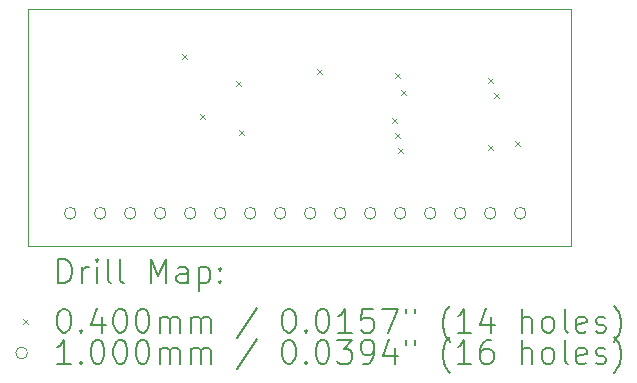
<source format=gbr>
%TF.GenerationSoftware,KiCad,Pcbnew,8.0.4*%
%TF.CreationDate,2024-08-16T15:34:18+02:00*%
%TF.ProjectId,AT8,4154382e-6b69-4636-9164-5f7063625858,00*%
%TF.SameCoordinates,Original*%
%TF.FileFunction,Drillmap*%
%TF.FilePolarity,Positive*%
%FSLAX45Y45*%
G04 Gerber Fmt 4.5, Leading zero omitted, Abs format (unit mm)*
G04 Created by KiCad (PCBNEW 8.0.4) date 2024-08-16 15:34:18*
%MOMM*%
%LPD*%
G01*
G04 APERTURE LIST*
%ADD10C,0.100000*%
%ADD11C,0.200000*%
G04 APERTURE END LIST*
D10*
X1267400Y-1270000D02*
X5867400Y-1270000D01*
X5867400Y-3270000D01*
X1267400Y-3270000D01*
X1267400Y-1270000D01*
D11*
D10*
X2571407Y-1650407D02*
X2611407Y-1690407D01*
X2611407Y-1650407D02*
X2571407Y-1690407D01*
X2723200Y-2157800D02*
X2763200Y-2197800D01*
X2763200Y-2157800D02*
X2723200Y-2197800D01*
X3028000Y-1878400D02*
X3068000Y-1918400D01*
X3068000Y-1878400D02*
X3028000Y-1918400D01*
X3050800Y-2291400D02*
X3090800Y-2331400D01*
X3090800Y-2291400D02*
X3050800Y-2331400D01*
X3713800Y-1776800D02*
X3753800Y-1816800D01*
X3753800Y-1776800D02*
X3713800Y-1816800D01*
X4346200Y-2189800D02*
X4386200Y-2229800D01*
X4386200Y-2189800D02*
X4346200Y-2229800D01*
X4371600Y-2316800D02*
X4411600Y-2356800D01*
X4411600Y-2316800D02*
X4371600Y-2356800D01*
X4372900Y-1807500D02*
X4412900Y-1847500D01*
X4412900Y-1807500D02*
X4372900Y-1847500D01*
X4397000Y-2443800D02*
X4437000Y-2483800D01*
X4437000Y-2443800D02*
X4397000Y-2483800D01*
X4425000Y-1954600D02*
X4465000Y-1994600D01*
X4465000Y-1954600D02*
X4425000Y-1994600D01*
X5159000Y-2418400D02*
X5199000Y-2458400D01*
X5199000Y-2418400D02*
X5159000Y-2458400D01*
X5161600Y-1853000D02*
X5201600Y-1893000D01*
X5201600Y-1853000D02*
X5161600Y-1893000D01*
X5212400Y-1980000D02*
X5252400Y-2020000D01*
X5252400Y-1980000D02*
X5212400Y-2020000D01*
X5390200Y-2386400D02*
X5430200Y-2426400D01*
X5430200Y-2386400D02*
X5390200Y-2426400D01*
X1673000Y-2997200D02*
G75*
G02*
X1573000Y-2997200I-50000J0D01*
G01*
X1573000Y-2997200D02*
G75*
G02*
X1673000Y-2997200I50000J0D01*
G01*
X1927000Y-2997200D02*
G75*
G02*
X1827000Y-2997200I-50000J0D01*
G01*
X1827000Y-2997200D02*
G75*
G02*
X1927000Y-2997200I50000J0D01*
G01*
X2181000Y-2997200D02*
G75*
G02*
X2081000Y-2997200I-50000J0D01*
G01*
X2081000Y-2997200D02*
G75*
G02*
X2181000Y-2997200I50000J0D01*
G01*
X2435000Y-2997200D02*
G75*
G02*
X2335000Y-2997200I-50000J0D01*
G01*
X2335000Y-2997200D02*
G75*
G02*
X2435000Y-2997200I50000J0D01*
G01*
X2689000Y-2997200D02*
G75*
G02*
X2589000Y-2997200I-50000J0D01*
G01*
X2589000Y-2997200D02*
G75*
G02*
X2689000Y-2997200I50000J0D01*
G01*
X2943000Y-2997200D02*
G75*
G02*
X2843000Y-2997200I-50000J0D01*
G01*
X2843000Y-2997200D02*
G75*
G02*
X2943000Y-2997200I50000J0D01*
G01*
X3197000Y-2997200D02*
G75*
G02*
X3097000Y-2997200I-50000J0D01*
G01*
X3097000Y-2997200D02*
G75*
G02*
X3197000Y-2997200I50000J0D01*
G01*
X3451000Y-2997200D02*
G75*
G02*
X3351000Y-2997200I-50000J0D01*
G01*
X3351000Y-2997200D02*
G75*
G02*
X3451000Y-2997200I50000J0D01*
G01*
X3705000Y-2997200D02*
G75*
G02*
X3605000Y-2997200I-50000J0D01*
G01*
X3605000Y-2997200D02*
G75*
G02*
X3705000Y-2997200I50000J0D01*
G01*
X3959000Y-2997200D02*
G75*
G02*
X3859000Y-2997200I-50000J0D01*
G01*
X3859000Y-2997200D02*
G75*
G02*
X3959000Y-2997200I50000J0D01*
G01*
X4213000Y-2997200D02*
G75*
G02*
X4113000Y-2997200I-50000J0D01*
G01*
X4113000Y-2997200D02*
G75*
G02*
X4213000Y-2997200I50000J0D01*
G01*
X4467000Y-2997200D02*
G75*
G02*
X4367000Y-2997200I-50000J0D01*
G01*
X4367000Y-2997200D02*
G75*
G02*
X4467000Y-2997200I50000J0D01*
G01*
X4721000Y-2997200D02*
G75*
G02*
X4621000Y-2997200I-50000J0D01*
G01*
X4621000Y-2997200D02*
G75*
G02*
X4721000Y-2997200I50000J0D01*
G01*
X4975000Y-2997200D02*
G75*
G02*
X4875000Y-2997200I-50000J0D01*
G01*
X4875000Y-2997200D02*
G75*
G02*
X4975000Y-2997200I50000J0D01*
G01*
X5229000Y-2997200D02*
G75*
G02*
X5129000Y-2997200I-50000J0D01*
G01*
X5129000Y-2997200D02*
G75*
G02*
X5229000Y-2997200I50000J0D01*
G01*
X5483000Y-2997200D02*
G75*
G02*
X5383000Y-2997200I-50000J0D01*
G01*
X5383000Y-2997200D02*
G75*
G02*
X5483000Y-2997200I50000J0D01*
G01*
D11*
X1523177Y-3586484D02*
X1523177Y-3386484D01*
X1523177Y-3386484D02*
X1570796Y-3386484D01*
X1570796Y-3386484D02*
X1599367Y-3396008D01*
X1599367Y-3396008D02*
X1618415Y-3415055D01*
X1618415Y-3415055D02*
X1627939Y-3434103D01*
X1627939Y-3434103D02*
X1637462Y-3472198D01*
X1637462Y-3472198D02*
X1637462Y-3500769D01*
X1637462Y-3500769D02*
X1627939Y-3538865D01*
X1627939Y-3538865D02*
X1618415Y-3557912D01*
X1618415Y-3557912D02*
X1599367Y-3576960D01*
X1599367Y-3576960D02*
X1570796Y-3586484D01*
X1570796Y-3586484D02*
X1523177Y-3586484D01*
X1723177Y-3586484D02*
X1723177Y-3453150D01*
X1723177Y-3491246D02*
X1732701Y-3472198D01*
X1732701Y-3472198D02*
X1742224Y-3462674D01*
X1742224Y-3462674D02*
X1761272Y-3453150D01*
X1761272Y-3453150D02*
X1780320Y-3453150D01*
X1846986Y-3586484D02*
X1846986Y-3453150D01*
X1846986Y-3386484D02*
X1837462Y-3396008D01*
X1837462Y-3396008D02*
X1846986Y-3405531D01*
X1846986Y-3405531D02*
X1856510Y-3396008D01*
X1856510Y-3396008D02*
X1846986Y-3386484D01*
X1846986Y-3386484D02*
X1846986Y-3405531D01*
X1970796Y-3586484D02*
X1951748Y-3576960D01*
X1951748Y-3576960D02*
X1942224Y-3557912D01*
X1942224Y-3557912D02*
X1942224Y-3386484D01*
X2075558Y-3586484D02*
X2056510Y-3576960D01*
X2056510Y-3576960D02*
X2046986Y-3557912D01*
X2046986Y-3557912D02*
X2046986Y-3386484D01*
X2304129Y-3586484D02*
X2304129Y-3386484D01*
X2304129Y-3386484D02*
X2370796Y-3529341D01*
X2370796Y-3529341D02*
X2437463Y-3386484D01*
X2437463Y-3386484D02*
X2437463Y-3586484D01*
X2618415Y-3586484D02*
X2618415Y-3481722D01*
X2618415Y-3481722D02*
X2608891Y-3462674D01*
X2608891Y-3462674D02*
X2589844Y-3453150D01*
X2589844Y-3453150D02*
X2551748Y-3453150D01*
X2551748Y-3453150D02*
X2532701Y-3462674D01*
X2618415Y-3576960D02*
X2599367Y-3586484D01*
X2599367Y-3586484D02*
X2551748Y-3586484D01*
X2551748Y-3586484D02*
X2532701Y-3576960D01*
X2532701Y-3576960D02*
X2523177Y-3557912D01*
X2523177Y-3557912D02*
X2523177Y-3538865D01*
X2523177Y-3538865D02*
X2532701Y-3519817D01*
X2532701Y-3519817D02*
X2551748Y-3510293D01*
X2551748Y-3510293D02*
X2599367Y-3510293D01*
X2599367Y-3510293D02*
X2618415Y-3500769D01*
X2713653Y-3453150D02*
X2713653Y-3653150D01*
X2713653Y-3462674D02*
X2732701Y-3453150D01*
X2732701Y-3453150D02*
X2770796Y-3453150D01*
X2770796Y-3453150D02*
X2789844Y-3462674D01*
X2789844Y-3462674D02*
X2799367Y-3472198D01*
X2799367Y-3472198D02*
X2808891Y-3491246D01*
X2808891Y-3491246D02*
X2808891Y-3548388D01*
X2808891Y-3548388D02*
X2799367Y-3567436D01*
X2799367Y-3567436D02*
X2789844Y-3576960D01*
X2789844Y-3576960D02*
X2770796Y-3586484D01*
X2770796Y-3586484D02*
X2732701Y-3586484D01*
X2732701Y-3586484D02*
X2713653Y-3576960D01*
X2894605Y-3567436D02*
X2904129Y-3576960D01*
X2904129Y-3576960D02*
X2894605Y-3586484D01*
X2894605Y-3586484D02*
X2885082Y-3576960D01*
X2885082Y-3576960D02*
X2894605Y-3567436D01*
X2894605Y-3567436D02*
X2894605Y-3586484D01*
X2894605Y-3462674D02*
X2904129Y-3472198D01*
X2904129Y-3472198D02*
X2894605Y-3481722D01*
X2894605Y-3481722D02*
X2885082Y-3472198D01*
X2885082Y-3472198D02*
X2894605Y-3462674D01*
X2894605Y-3462674D02*
X2894605Y-3481722D01*
D10*
X1222400Y-3895000D02*
X1262400Y-3935000D01*
X1262400Y-3895000D02*
X1222400Y-3935000D01*
D11*
X1561272Y-3806484D02*
X1580320Y-3806484D01*
X1580320Y-3806484D02*
X1599367Y-3816008D01*
X1599367Y-3816008D02*
X1608891Y-3825531D01*
X1608891Y-3825531D02*
X1618415Y-3844579D01*
X1618415Y-3844579D02*
X1627939Y-3882674D01*
X1627939Y-3882674D02*
X1627939Y-3930293D01*
X1627939Y-3930293D02*
X1618415Y-3968388D01*
X1618415Y-3968388D02*
X1608891Y-3987436D01*
X1608891Y-3987436D02*
X1599367Y-3996960D01*
X1599367Y-3996960D02*
X1580320Y-4006484D01*
X1580320Y-4006484D02*
X1561272Y-4006484D01*
X1561272Y-4006484D02*
X1542224Y-3996960D01*
X1542224Y-3996960D02*
X1532701Y-3987436D01*
X1532701Y-3987436D02*
X1523177Y-3968388D01*
X1523177Y-3968388D02*
X1513653Y-3930293D01*
X1513653Y-3930293D02*
X1513653Y-3882674D01*
X1513653Y-3882674D02*
X1523177Y-3844579D01*
X1523177Y-3844579D02*
X1532701Y-3825531D01*
X1532701Y-3825531D02*
X1542224Y-3816008D01*
X1542224Y-3816008D02*
X1561272Y-3806484D01*
X1713653Y-3987436D02*
X1723177Y-3996960D01*
X1723177Y-3996960D02*
X1713653Y-4006484D01*
X1713653Y-4006484D02*
X1704129Y-3996960D01*
X1704129Y-3996960D02*
X1713653Y-3987436D01*
X1713653Y-3987436D02*
X1713653Y-4006484D01*
X1894605Y-3873150D02*
X1894605Y-4006484D01*
X1846986Y-3796960D02*
X1799367Y-3939817D01*
X1799367Y-3939817D02*
X1923177Y-3939817D01*
X2037462Y-3806484D02*
X2056510Y-3806484D01*
X2056510Y-3806484D02*
X2075558Y-3816008D01*
X2075558Y-3816008D02*
X2085082Y-3825531D01*
X2085082Y-3825531D02*
X2094605Y-3844579D01*
X2094605Y-3844579D02*
X2104129Y-3882674D01*
X2104129Y-3882674D02*
X2104129Y-3930293D01*
X2104129Y-3930293D02*
X2094605Y-3968388D01*
X2094605Y-3968388D02*
X2085082Y-3987436D01*
X2085082Y-3987436D02*
X2075558Y-3996960D01*
X2075558Y-3996960D02*
X2056510Y-4006484D01*
X2056510Y-4006484D02*
X2037462Y-4006484D01*
X2037462Y-4006484D02*
X2018415Y-3996960D01*
X2018415Y-3996960D02*
X2008891Y-3987436D01*
X2008891Y-3987436D02*
X1999367Y-3968388D01*
X1999367Y-3968388D02*
X1989843Y-3930293D01*
X1989843Y-3930293D02*
X1989843Y-3882674D01*
X1989843Y-3882674D02*
X1999367Y-3844579D01*
X1999367Y-3844579D02*
X2008891Y-3825531D01*
X2008891Y-3825531D02*
X2018415Y-3816008D01*
X2018415Y-3816008D02*
X2037462Y-3806484D01*
X2227939Y-3806484D02*
X2246986Y-3806484D01*
X2246986Y-3806484D02*
X2266034Y-3816008D01*
X2266034Y-3816008D02*
X2275558Y-3825531D01*
X2275558Y-3825531D02*
X2285082Y-3844579D01*
X2285082Y-3844579D02*
X2294605Y-3882674D01*
X2294605Y-3882674D02*
X2294605Y-3930293D01*
X2294605Y-3930293D02*
X2285082Y-3968388D01*
X2285082Y-3968388D02*
X2275558Y-3987436D01*
X2275558Y-3987436D02*
X2266034Y-3996960D01*
X2266034Y-3996960D02*
X2246986Y-4006484D01*
X2246986Y-4006484D02*
X2227939Y-4006484D01*
X2227939Y-4006484D02*
X2208891Y-3996960D01*
X2208891Y-3996960D02*
X2199367Y-3987436D01*
X2199367Y-3987436D02*
X2189844Y-3968388D01*
X2189844Y-3968388D02*
X2180320Y-3930293D01*
X2180320Y-3930293D02*
X2180320Y-3882674D01*
X2180320Y-3882674D02*
X2189844Y-3844579D01*
X2189844Y-3844579D02*
X2199367Y-3825531D01*
X2199367Y-3825531D02*
X2208891Y-3816008D01*
X2208891Y-3816008D02*
X2227939Y-3806484D01*
X2380320Y-4006484D02*
X2380320Y-3873150D01*
X2380320Y-3892198D02*
X2389844Y-3882674D01*
X2389844Y-3882674D02*
X2408891Y-3873150D01*
X2408891Y-3873150D02*
X2437463Y-3873150D01*
X2437463Y-3873150D02*
X2456510Y-3882674D01*
X2456510Y-3882674D02*
X2466034Y-3901722D01*
X2466034Y-3901722D02*
X2466034Y-4006484D01*
X2466034Y-3901722D02*
X2475558Y-3882674D01*
X2475558Y-3882674D02*
X2494605Y-3873150D01*
X2494605Y-3873150D02*
X2523177Y-3873150D01*
X2523177Y-3873150D02*
X2542225Y-3882674D01*
X2542225Y-3882674D02*
X2551748Y-3901722D01*
X2551748Y-3901722D02*
X2551748Y-4006484D01*
X2646986Y-4006484D02*
X2646986Y-3873150D01*
X2646986Y-3892198D02*
X2656510Y-3882674D01*
X2656510Y-3882674D02*
X2675558Y-3873150D01*
X2675558Y-3873150D02*
X2704129Y-3873150D01*
X2704129Y-3873150D02*
X2723177Y-3882674D01*
X2723177Y-3882674D02*
X2732701Y-3901722D01*
X2732701Y-3901722D02*
X2732701Y-4006484D01*
X2732701Y-3901722D02*
X2742225Y-3882674D01*
X2742225Y-3882674D02*
X2761272Y-3873150D01*
X2761272Y-3873150D02*
X2789844Y-3873150D01*
X2789844Y-3873150D02*
X2808891Y-3882674D01*
X2808891Y-3882674D02*
X2818415Y-3901722D01*
X2818415Y-3901722D02*
X2818415Y-4006484D01*
X3208891Y-3796960D02*
X3037463Y-4054103D01*
X3466034Y-3806484D02*
X3485082Y-3806484D01*
X3485082Y-3806484D02*
X3504129Y-3816008D01*
X3504129Y-3816008D02*
X3513653Y-3825531D01*
X3513653Y-3825531D02*
X3523177Y-3844579D01*
X3523177Y-3844579D02*
X3532701Y-3882674D01*
X3532701Y-3882674D02*
X3532701Y-3930293D01*
X3532701Y-3930293D02*
X3523177Y-3968388D01*
X3523177Y-3968388D02*
X3513653Y-3987436D01*
X3513653Y-3987436D02*
X3504129Y-3996960D01*
X3504129Y-3996960D02*
X3485082Y-4006484D01*
X3485082Y-4006484D02*
X3466034Y-4006484D01*
X3466034Y-4006484D02*
X3446986Y-3996960D01*
X3446986Y-3996960D02*
X3437463Y-3987436D01*
X3437463Y-3987436D02*
X3427939Y-3968388D01*
X3427939Y-3968388D02*
X3418415Y-3930293D01*
X3418415Y-3930293D02*
X3418415Y-3882674D01*
X3418415Y-3882674D02*
X3427939Y-3844579D01*
X3427939Y-3844579D02*
X3437463Y-3825531D01*
X3437463Y-3825531D02*
X3446986Y-3816008D01*
X3446986Y-3816008D02*
X3466034Y-3806484D01*
X3618415Y-3987436D02*
X3627939Y-3996960D01*
X3627939Y-3996960D02*
X3618415Y-4006484D01*
X3618415Y-4006484D02*
X3608891Y-3996960D01*
X3608891Y-3996960D02*
X3618415Y-3987436D01*
X3618415Y-3987436D02*
X3618415Y-4006484D01*
X3751748Y-3806484D02*
X3770796Y-3806484D01*
X3770796Y-3806484D02*
X3789844Y-3816008D01*
X3789844Y-3816008D02*
X3799367Y-3825531D01*
X3799367Y-3825531D02*
X3808891Y-3844579D01*
X3808891Y-3844579D02*
X3818415Y-3882674D01*
X3818415Y-3882674D02*
X3818415Y-3930293D01*
X3818415Y-3930293D02*
X3808891Y-3968388D01*
X3808891Y-3968388D02*
X3799367Y-3987436D01*
X3799367Y-3987436D02*
X3789844Y-3996960D01*
X3789844Y-3996960D02*
X3770796Y-4006484D01*
X3770796Y-4006484D02*
X3751748Y-4006484D01*
X3751748Y-4006484D02*
X3732701Y-3996960D01*
X3732701Y-3996960D02*
X3723177Y-3987436D01*
X3723177Y-3987436D02*
X3713653Y-3968388D01*
X3713653Y-3968388D02*
X3704129Y-3930293D01*
X3704129Y-3930293D02*
X3704129Y-3882674D01*
X3704129Y-3882674D02*
X3713653Y-3844579D01*
X3713653Y-3844579D02*
X3723177Y-3825531D01*
X3723177Y-3825531D02*
X3732701Y-3816008D01*
X3732701Y-3816008D02*
X3751748Y-3806484D01*
X4008891Y-4006484D02*
X3894606Y-4006484D01*
X3951748Y-4006484D02*
X3951748Y-3806484D01*
X3951748Y-3806484D02*
X3932701Y-3835055D01*
X3932701Y-3835055D02*
X3913653Y-3854103D01*
X3913653Y-3854103D02*
X3894606Y-3863627D01*
X4189844Y-3806484D02*
X4094606Y-3806484D01*
X4094606Y-3806484D02*
X4085082Y-3901722D01*
X4085082Y-3901722D02*
X4094606Y-3892198D01*
X4094606Y-3892198D02*
X4113653Y-3882674D01*
X4113653Y-3882674D02*
X4161272Y-3882674D01*
X4161272Y-3882674D02*
X4180320Y-3892198D01*
X4180320Y-3892198D02*
X4189844Y-3901722D01*
X4189844Y-3901722D02*
X4199368Y-3920769D01*
X4199368Y-3920769D02*
X4199368Y-3968388D01*
X4199368Y-3968388D02*
X4189844Y-3987436D01*
X4189844Y-3987436D02*
X4180320Y-3996960D01*
X4180320Y-3996960D02*
X4161272Y-4006484D01*
X4161272Y-4006484D02*
X4113653Y-4006484D01*
X4113653Y-4006484D02*
X4094606Y-3996960D01*
X4094606Y-3996960D02*
X4085082Y-3987436D01*
X4266034Y-3806484D02*
X4399368Y-3806484D01*
X4399368Y-3806484D02*
X4313653Y-4006484D01*
X4466034Y-3806484D02*
X4466034Y-3844579D01*
X4542225Y-3806484D02*
X4542225Y-3844579D01*
X4837463Y-4082674D02*
X4827939Y-4073150D01*
X4827939Y-4073150D02*
X4808891Y-4044579D01*
X4808891Y-4044579D02*
X4799368Y-4025531D01*
X4799368Y-4025531D02*
X4789844Y-3996960D01*
X4789844Y-3996960D02*
X4780320Y-3949341D01*
X4780320Y-3949341D02*
X4780320Y-3911246D01*
X4780320Y-3911246D02*
X4789844Y-3863627D01*
X4789844Y-3863627D02*
X4799368Y-3835055D01*
X4799368Y-3835055D02*
X4808891Y-3816008D01*
X4808891Y-3816008D02*
X4827939Y-3787436D01*
X4827939Y-3787436D02*
X4837463Y-3777912D01*
X5018415Y-4006484D02*
X4904130Y-4006484D01*
X4961272Y-4006484D02*
X4961272Y-3806484D01*
X4961272Y-3806484D02*
X4942225Y-3835055D01*
X4942225Y-3835055D02*
X4923177Y-3854103D01*
X4923177Y-3854103D02*
X4904130Y-3863627D01*
X5189844Y-3873150D02*
X5189844Y-4006484D01*
X5142225Y-3796960D02*
X5094606Y-3939817D01*
X5094606Y-3939817D02*
X5218415Y-3939817D01*
X5446987Y-4006484D02*
X5446987Y-3806484D01*
X5532701Y-4006484D02*
X5532701Y-3901722D01*
X5532701Y-3901722D02*
X5523177Y-3882674D01*
X5523177Y-3882674D02*
X5504130Y-3873150D01*
X5504130Y-3873150D02*
X5475558Y-3873150D01*
X5475558Y-3873150D02*
X5456511Y-3882674D01*
X5456511Y-3882674D02*
X5446987Y-3892198D01*
X5656510Y-4006484D02*
X5637463Y-3996960D01*
X5637463Y-3996960D02*
X5627939Y-3987436D01*
X5627939Y-3987436D02*
X5618415Y-3968388D01*
X5618415Y-3968388D02*
X5618415Y-3911246D01*
X5618415Y-3911246D02*
X5627939Y-3892198D01*
X5627939Y-3892198D02*
X5637463Y-3882674D01*
X5637463Y-3882674D02*
X5656510Y-3873150D01*
X5656510Y-3873150D02*
X5685082Y-3873150D01*
X5685082Y-3873150D02*
X5704130Y-3882674D01*
X5704130Y-3882674D02*
X5713653Y-3892198D01*
X5713653Y-3892198D02*
X5723177Y-3911246D01*
X5723177Y-3911246D02*
X5723177Y-3968388D01*
X5723177Y-3968388D02*
X5713653Y-3987436D01*
X5713653Y-3987436D02*
X5704130Y-3996960D01*
X5704130Y-3996960D02*
X5685082Y-4006484D01*
X5685082Y-4006484D02*
X5656510Y-4006484D01*
X5837463Y-4006484D02*
X5818415Y-3996960D01*
X5818415Y-3996960D02*
X5808891Y-3977912D01*
X5808891Y-3977912D02*
X5808891Y-3806484D01*
X5989844Y-3996960D02*
X5970796Y-4006484D01*
X5970796Y-4006484D02*
X5932701Y-4006484D01*
X5932701Y-4006484D02*
X5913653Y-3996960D01*
X5913653Y-3996960D02*
X5904130Y-3977912D01*
X5904130Y-3977912D02*
X5904130Y-3901722D01*
X5904130Y-3901722D02*
X5913653Y-3882674D01*
X5913653Y-3882674D02*
X5932701Y-3873150D01*
X5932701Y-3873150D02*
X5970796Y-3873150D01*
X5970796Y-3873150D02*
X5989844Y-3882674D01*
X5989844Y-3882674D02*
X5999368Y-3901722D01*
X5999368Y-3901722D02*
X5999368Y-3920769D01*
X5999368Y-3920769D02*
X5904130Y-3939817D01*
X6075558Y-3996960D02*
X6094606Y-4006484D01*
X6094606Y-4006484D02*
X6132701Y-4006484D01*
X6132701Y-4006484D02*
X6151749Y-3996960D01*
X6151749Y-3996960D02*
X6161272Y-3977912D01*
X6161272Y-3977912D02*
X6161272Y-3968388D01*
X6161272Y-3968388D02*
X6151749Y-3949341D01*
X6151749Y-3949341D02*
X6132701Y-3939817D01*
X6132701Y-3939817D02*
X6104130Y-3939817D01*
X6104130Y-3939817D02*
X6085082Y-3930293D01*
X6085082Y-3930293D02*
X6075558Y-3911246D01*
X6075558Y-3911246D02*
X6075558Y-3901722D01*
X6075558Y-3901722D02*
X6085082Y-3882674D01*
X6085082Y-3882674D02*
X6104130Y-3873150D01*
X6104130Y-3873150D02*
X6132701Y-3873150D01*
X6132701Y-3873150D02*
X6151749Y-3882674D01*
X6227939Y-4082674D02*
X6237463Y-4073150D01*
X6237463Y-4073150D02*
X6256511Y-4044579D01*
X6256511Y-4044579D02*
X6266034Y-4025531D01*
X6266034Y-4025531D02*
X6275558Y-3996960D01*
X6275558Y-3996960D02*
X6285082Y-3949341D01*
X6285082Y-3949341D02*
X6285082Y-3911246D01*
X6285082Y-3911246D02*
X6275558Y-3863627D01*
X6275558Y-3863627D02*
X6266034Y-3835055D01*
X6266034Y-3835055D02*
X6256511Y-3816008D01*
X6256511Y-3816008D02*
X6237463Y-3787436D01*
X6237463Y-3787436D02*
X6227939Y-3777912D01*
D10*
X1262400Y-4179000D02*
G75*
G02*
X1162400Y-4179000I-50000J0D01*
G01*
X1162400Y-4179000D02*
G75*
G02*
X1262400Y-4179000I50000J0D01*
G01*
D11*
X1627939Y-4270484D02*
X1513653Y-4270484D01*
X1570796Y-4270484D02*
X1570796Y-4070484D01*
X1570796Y-4070484D02*
X1551748Y-4099055D01*
X1551748Y-4099055D02*
X1532701Y-4118103D01*
X1532701Y-4118103D02*
X1513653Y-4127627D01*
X1713653Y-4251436D02*
X1723177Y-4260960D01*
X1723177Y-4260960D02*
X1713653Y-4270484D01*
X1713653Y-4270484D02*
X1704129Y-4260960D01*
X1704129Y-4260960D02*
X1713653Y-4251436D01*
X1713653Y-4251436D02*
X1713653Y-4270484D01*
X1846986Y-4070484D02*
X1866034Y-4070484D01*
X1866034Y-4070484D02*
X1885082Y-4080008D01*
X1885082Y-4080008D02*
X1894605Y-4089531D01*
X1894605Y-4089531D02*
X1904129Y-4108579D01*
X1904129Y-4108579D02*
X1913653Y-4146674D01*
X1913653Y-4146674D02*
X1913653Y-4194293D01*
X1913653Y-4194293D02*
X1904129Y-4232389D01*
X1904129Y-4232389D02*
X1894605Y-4251436D01*
X1894605Y-4251436D02*
X1885082Y-4260960D01*
X1885082Y-4260960D02*
X1866034Y-4270484D01*
X1866034Y-4270484D02*
X1846986Y-4270484D01*
X1846986Y-4270484D02*
X1827939Y-4260960D01*
X1827939Y-4260960D02*
X1818415Y-4251436D01*
X1818415Y-4251436D02*
X1808891Y-4232389D01*
X1808891Y-4232389D02*
X1799367Y-4194293D01*
X1799367Y-4194293D02*
X1799367Y-4146674D01*
X1799367Y-4146674D02*
X1808891Y-4108579D01*
X1808891Y-4108579D02*
X1818415Y-4089531D01*
X1818415Y-4089531D02*
X1827939Y-4080008D01*
X1827939Y-4080008D02*
X1846986Y-4070484D01*
X2037462Y-4070484D02*
X2056510Y-4070484D01*
X2056510Y-4070484D02*
X2075558Y-4080008D01*
X2075558Y-4080008D02*
X2085082Y-4089531D01*
X2085082Y-4089531D02*
X2094605Y-4108579D01*
X2094605Y-4108579D02*
X2104129Y-4146674D01*
X2104129Y-4146674D02*
X2104129Y-4194293D01*
X2104129Y-4194293D02*
X2094605Y-4232389D01*
X2094605Y-4232389D02*
X2085082Y-4251436D01*
X2085082Y-4251436D02*
X2075558Y-4260960D01*
X2075558Y-4260960D02*
X2056510Y-4270484D01*
X2056510Y-4270484D02*
X2037462Y-4270484D01*
X2037462Y-4270484D02*
X2018415Y-4260960D01*
X2018415Y-4260960D02*
X2008891Y-4251436D01*
X2008891Y-4251436D02*
X1999367Y-4232389D01*
X1999367Y-4232389D02*
X1989843Y-4194293D01*
X1989843Y-4194293D02*
X1989843Y-4146674D01*
X1989843Y-4146674D02*
X1999367Y-4108579D01*
X1999367Y-4108579D02*
X2008891Y-4089531D01*
X2008891Y-4089531D02*
X2018415Y-4080008D01*
X2018415Y-4080008D02*
X2037462Y-4070484D01*
X2227939Y-4070484D02*
X2246986Y-4070484D01*
X2246986Y-4070484D02*
X2266034Y-4080008D01*
X2266034Y-4080008D02*
X2275558Y-4089531D01*
X2275558Y-4089531D02*
X2285082Y-4108579D01*
X2285082Y-4108579D02*
X2294605Y-4146674D01*
X2294605Y-4146674D02*
X2294605Y-4194293D01*
X2294605Y-4194293D02*
X2285082Y-4232389D01*
X2285082Y-4232389D02*
X2275558Y-4251436D01*
X2275558Y-4251436D02*
X2266034Y-4260960D01*
X2266034Y-4260960D02*
X2246986Y-4270484D01*
X2246986Y-4270484D02*
X2227939Y-4270484D01*
X2227939Y-4270484D02*
X2208891Y-4260960D01*
X2208891Y-4260960D02*
X2199367Y-4251436D01*
X2199367Y-4251436D02*
X2189844Y-4232389D01*
X2189844Y-4232389D02*
X2180320Y-4194293D01*
X2180320Y-4194293D02*
X2180320Y-4146674D01*
X2180320Y-4146674D02*
X2189844Y-4108579D01*
X2189844Y-4108579D02*
X2199367Y-4089531D01*
X2199367Y-4089531D02*
X2208891Y-4080008D01*
X2208891Y-4080008D02*
X2227939Y-4070484D01*
X2380320Y-4270484D02*
X2380320Y-4137150D01*
X2380320Y-4156198D02*
X2389844Y-4146674D01*
X2389844Y-4146674D02*
X2408891Y-4137150D01*
X2408891Y-4137150D02*
X2437463Y-4137150D01*
X2437463Y-4137150D02*
X2456510Y-4146674D01*
X2456510Y-4146674D02*
X2466034Y-4165722D01*
X2466034Y-4165722D02*
X2466034Y-4270484D01*
X2466034Y-4165722D02*
X2475558Y-4146674D01*
X2475558Y-4146674D02*
X2494605Y-4137150D01*
X2494605Y-4137150D02*
X2523177Y-4137150D01*
X2523177Y-4137150D02*
X2542225Y-4146674D01*
X2542225Y-4146674D02*
X2551748Y-4165722D01*
X2551748Y-4165722D02*
X2551748Y-4270484D01*
X2646986Y-4270484D02*
X2646986Y-4137150D01*
X2646986Y-4156198D02*
X2656510Y-4146674D01*
X2656510Y-4146674D02*
X2675558Y-4137150D01*
X2675558Y-4137150D02*
X2704129Y-4137150D01*
X2704129Y-4137150D02*
X2723177Y-4146674D01*
X2723177Y-4146674D02*
X2732701Y-4165722D01*
X2732701Y-4165722D02*
X2732701Y-4270484D01*
X2732701Y-4165722D02*
X2742225Y-4146674D01*
X2742225Y-4146674D02*
X2761272Y-4137150D01*
X2761272Y-4137150D02*
X2789844Y-4137150D01*
X2789844Y-4137150D02*
X2808891Y-4146674D01*
X2808891Y-4146674D02*
X2818415Y-4165722D01*
X2818415Y-4165722D02*
X2818415Y-4270484D01*
X3208891Y-4060960D02*
X3037463Y-4318103D01*
X3466034Y-4070484D02*
X3485082Y-4070484D01*
X3485082Y-4070484D02*
X3504129Y-4080008D01*
X3504129Y-4080008D02*
X3513653Y-4089531D01*
X3513653Y-4089531D02*
X3523177Y-4108579D01*
X3523177Y-4108579D02*
X3532701Y-4146674D01*
X3532701Y-4146674D02*
X3532701Y-4194293D01*
X3532701Y-4194293D02*
X3523177Y-4232389D01*
X3523177Y-4232389D02*
X3513653Y-4251436D01*
X3513653Y-4251436D02*
X3504129Y-4260960D01*
X3504129Y-4260960D02*
X3485082Y-4270484D01*
X3485082Y-4270484D02*
X3466034Y-4270484D01*
X3466034Y-4270484D02*
X3446986Y-4260960D01*
X3446986Y-4260960D02*
X3437463Y-4251436D01*
X3437463Y-4251436D02*
X3427939Y-4232389D01*
X3427939Y-4232389D02*
X3418415Y-4194293D01*
X3418415Y-4194293D02*
X3418415Y-4146674D01*
X3418415Y-4146674D02*
X3427939Y-4108579D01*
X3427939Y-4108579D02*
X3437463Y-4089531D01*
X3437463Y-4089531D02*
X3446986Y-4080008D01*
X3446986Y-4080008D02*
X3466034Y-4070484D01*
X3618415Y-4251436D02*
X3627939Y-4260960D01*
X3627939Y-4260960D02*
X3618415Y-4270484D01*
X3618415Y-4270484D02*
X3608891Y-4260960D01*
X3608891Y-4260960D02*
X3618415Y-4251436D01*
X3618415Y-4251436D02*
X3618415Y-4270484D01*
X3751748Y-4070484D02*
X3770796Y-4070484D01*
X3770796Y-4070484D02*
X3789844Y-4080008D01*
X3789844Y-4080008D02*
X3799367Y-4089531D01*
X3799367Y-4089531D02*
X3808891Y-4108579D01*
X3808891Y-4108579D02*
X3818415Y-4146674D01*
X3818415Y-4146674D02*
X3818415Y-4194293D01*
X3818415Y-4194293D02*
X3808891Y-4232389D01*
X3808891Y-4232389D02*
X3799367Y-4251436D01*
X3799367Y-4251436D02*
X3789844Y-4260960D01*
X3789844Y-4260960D02*
X3770796Y-4270484D01*
X3770796Y-4270484D02*
X3751748Y-4270484D01*
X3751748Y-4270484D02*
X3732701Y-4260960D01*
X3732701Y-4260960D02*
X3723177Y-4251436D01*
X3723177Y-4251436D02*
X3713653Y-4232389D01*
X3713653Y-4232389D02*
X3704129Y-4194293D01*
X3704129Y-4194293D02*
X3704129Y-4146674D01*
X3704129Y-4146674D02*
X3713653Y-4108579D01*
X3713653Y-4108579D02*
X3723177Y-4089531D01*
X3723177Y-4089531D02*
X3732701Y-4080008D01*
X3732701Y-4080008D02*
X3751748Y-4070484D01*
X3885082Y-4070484D02*
X4008891Y-4070484D01*
X4008891Y-4070484D02*
X3942225Y-4146674D01*
X3942225Y-4146674D02*
X3970796Y-4146674D01*
X3970796Y-4146674D02*
X3989844Y-4156198D01*
X3989844Y-4156198D02*
X3999367Y-4165722D01*
X3999367Y-4165722D02*
X4008891Y-4184769D01*
X4008891Y-4184769D02*
X4008891Y-4232389D01*
X4008891Y-4232389D02*
X3999367Y-4251436D01*
X3999367Y-4251436D02*
X3989844Y-4260960D01*
X3989844Y-4260960D02*
X3970796Y-4270484D01*
X3970796Y-4270484D02*
X3913653Y-4270484D01*
X3913653Y-4270484D02*
X3894606Y-4260960D01*
X3894606Y-4260960D02*
X3885082Y-4251436D01*
X4104129Y-4270484D02*
X4142225Y-4270484D01*
X4142225Y-4270484D02*
X4161272Y-4260960D01*
X4161272Y-4260960D02*
X4170796Y-4251436D01*
X4170796Y-4251436D02*
X4189844Y-4222865D01*
X4189844Y-4222865D02*
X4199368Y-4184769D01*
X4199368Y-4184769D02*
X4199368Y-4108579D01*
X4199368Y-4108579D02*
X4189844Y-4089531D01*
X4189844Y-4089531D02*
X4180320Y-4080008D01*
X4180320Y-4080008D02*
X4161272Y-4070484D01*
X4161272Y-4070484D02*
X4123177Y-4070484D01*
X4123177Y-4070484D02*
X4104129Y-4080008D01*
X4104129Y-4080008D02*
X4094606Y-4089531D01*
X4094606Y-4089531D02*
X4085082Y-4108579D01*
X4085082Y-4108579D02*
X4085082Y-4156198D01*
X4085082Y-4156198D02*
X4094606Y-4175246D01*
X4094606Y-4175246D02*
X4104129Y-4184769D01*
X4104129Y-4184769D02*
X4123177Y-4194293D01*
X4123177Y-4194293D02*
X4161272Y-4194293D01*
X4161272Y-4194293D02*
X4180320Y-4184769D01*
X4180320Y-4184769D02*
X4189844Y-4175246D01*
X4189844Y-4175246D02*
X4199368Y-4156198D01*
X4370796Y-4137150D02*
X4370796Y-4270484D01*
X4323177Y-4060960D02*
X4275558Y-4203817D01*
X4275558Y-4203817D02*
X4399368Y-4203817D01*
X4466034Y-4070484D02*
X4466034Y-4108579D01*
X4542225Y-4070484D02*
X4542225Y-4108579D01*
X4837463Y-4346674D02*
X4827939Y-4337150D01*
X4827939Y-4337150D02*
X4808891Y-4308579D01*
X4808891Y-4308579D02*
X4799368Y-4289531D01*
X4799368Y-4289531D02*
X4789844Y-4260960D01*
X4789844Y-4260960D02*
X4780320Y-4213341D01*
X4780320Y-4213341D02*
X4780320Y-4175246D01*
X4780320Y-4175246D02*
X4789844Y-4127627D01*
X4789844Y-4127627D02*
X4799368Y-4099055D01*
X4799368Y-4099055D02*
X4808891Y-4080008D01*
X4808891Y-4080008D02*
X4827939Y-4051436D01*
X4827939Y-4051436D02*
X4837463Y-4041912D01*
X5018415Y-4270484D02*
X4904130Y-4270484D01*
X4961272Y-4270484D02*
X4961272Y-4070484D01*
X4961272Y-4070484D02*
X4942225Y-4099055D01*
X4942225Y-4099055D02*
X4923177Y-4118103D01*
X4923177Y-4118103D02*
X4904130Y-4127627D01*
X5189844Y-4070484D02*
X5151749Y-4070484D01*
X5151749Y-4070484D02*
X5132701Y-4080008D01*
X5132701Y-4080008D02*
X5123177Y-4089531D01*
X5123177Y-4089531D02*
X5104130Y-4118103D01*
X5104130Y-4118103D02*
X5094606Y-4156198D01*
X5094606Y-4156198D02*
X5094606Y-4232389D01*
X5094606Y-4232389D02*
X5104130Y-4251436D01*
X5104130Y-4251436D02*
X5113653Y-4260960D01*
X5113653Y-4260960D02*
X5132701Y-4270484D01*
X5132701Y-4270484D02*
X5170796Y-4270484D01*
X5170796Y-4270484D02*
X5189844Y-4260960D01*
X5189844Y-4260960D02*
X5199368Y-4251436D01*
X5199368Y-4251436D02*
X5208891Y-4232389D01*
X5208891Y-4232389D02*
X5208891Y-4184769D01*
X5208891Y-4184769D02*
X5199368Y-4165722D01*
X5199368Y-4165722D02*
X5189844Y-4156198D01*
X5189844Y-4156198D02*
X5170796Y-4146674D01*
X5170796Y-4146674D02*
X5132701Y-4146674D01*
X5132701Y-4146674D02*
X5113653Y-4156198D01*
X5113653Y-4156198D02*
X5104130Y-4165722D01*
X5104130Y-4165722D02*
X5094606Y-4184769D01*
X5446987Y-4270484D02*
X5446987Y-4070484D01*
X5532701Y-4270484D02*
X5532701Y-4165722D01*
X5532701Y-4165722D02*
X5523177Y-4146674D01*
X5523177Y-4146674D02*
X5504130Y-4137150D01*
X5504130Y-4137150D02*
X5475558Y-4137150D01*
X5475558Y-4137150D02*
X5456511Y-4146674D01*
X5456511Y-4146674D02*
X5446987Y-4156198D01*
X5656510Y-4270484D02*
X5637463Y-4260960D01*
X5637463Y-4260960D02*
X5627939Y-4251436D01*
X5627939Y-4251436D02*
X5618415Y-4232389D01*
X5618415Y-4232389D02*
X5618415Y-4175246D01*
X5618415Y-4175246D02*
X5627939Y-4156198D01*
X5627939Y-4156198D02*
X5637463Y-4146674D01*
X5637463Y-4146674D02*
X5656510Y-4137150D01*
X5656510Y-4137150D02*
X5685082Y-4137150D01*
X5685082Y-4137150D02*
X5704130Y-4146674D01*
X5704130Y-4146674D02*
X5713653Y-4156198D01*
X5713653Y-4156198D02*
X5723177Y-4175246D01*
X5723177Y-4175246D02*
X5723177Y-4232389D01*
X5723177Y-4232389D02*
X5713653Y-4251436D01*
X5713653Y-4251436D02*
X5704130Y-4260960D01*
X5704130Y-4260960D02*
X5685082Y-4270484D01*
X5685082Y-4270484D02*
X5656510Y-4270484D01*
X5837463Y-4270484D02*
X5818415Y-4260960D01*
X5818415Y-4260960D02*
X5808891Y-4241912D01*
X5808891Y-4241912D02*
X5808891Y-4070484D01*
X5989844Y-4260960D02*
X5970796Y-4270484D01*
X5970796Y-4270484D02*
X5932701Y-4270484D01*
X5932701Y-4270484D02*
X5913653Y-4260960D01*
X5913653Y-4260960D02*
X5904130Y-4241912D01*
X5904130Y-4241912D02*
X5904130Y-4165722D01*
X5904130Y-4165722D02*
X5913653Y-4146674D01*
X5913653Y-4146674D02*
X5932701Y-4137150D01*
X5932701Y-4137150D02*
X5970796Y-4137150D01*
X5970796Y-4137150D02*
X5989844Y-4146674D01*
X5989844Y-4146674D02*
X5999368Y-4165722D01*
X5999368Y-4165722D02*
X5999368Y-4184769D01*
X5999368Y-4184769D02*
X5904130Y-4203817D01*
X6075558Y-4260960D02*
X6094606Y-4270484D01*
X6094606Y-4270484D02*
X6132701Y-4270484D01*
X6132701Y-4270484D02*
X6151749Y-4260960D01*
X6151749Y-4260960D02*
X6161272Y-4241912D01*
X6161272Y-4241912D02*
X6161272Y-4232389D01*
X6161272Y-4232389D02*
X6151749Y-4213341D01*
X6151749Y-4213341D02*
X6132701Y-4203817D01*
X6132701Y-4203817D02*
X6104130Y-4203817D01*
X6104130Y-4203817D02*
X6085082Y-4194293D01*
X6085082Y-4194293D02*
X6075558Y-4175246D01*
X6075558Y-4175246D02*
X6075558Y-4165722D01*
X6075558Y-4165722D02*
X6085082Y-4146674D01*
X6085082Y-4146674D02*
X6104130Y-4137150D01*
X6104130Y-4137150D02*
X6132701Y-4137150D01*
X6132701Y-4137150D02*
X6151749Y-4146674D01*
X6227939Y-4346674D02*
X6237463Y-4337150D01*
X6237463Y-4337150D02*
X6256511Y-4308579D01*
X6256511Y-4308579D02*
X6266034Y-4289531D01*
X6266034Y-4289531D02*
X6275558Y-4260960D01*
X6275558Y-4260960D02*
X6285082Y-4213341D01*
X6285082Y-4213341D02*
X6285082Y-4175246D01*
X6285082Y-4175246D02*
X6275558Y-4127627D01*
X6275558Y-4127627D02*
X6266034Y-4099055D01*
X6266034Y-4099055D02*
X6256511Y-4080008D01*
X6256511Y-4080008D02*
X6237463Y-4051436D01*
X6237463Y-4051436D02*
X6227939Y-4041912D01*
M02*

</source>
